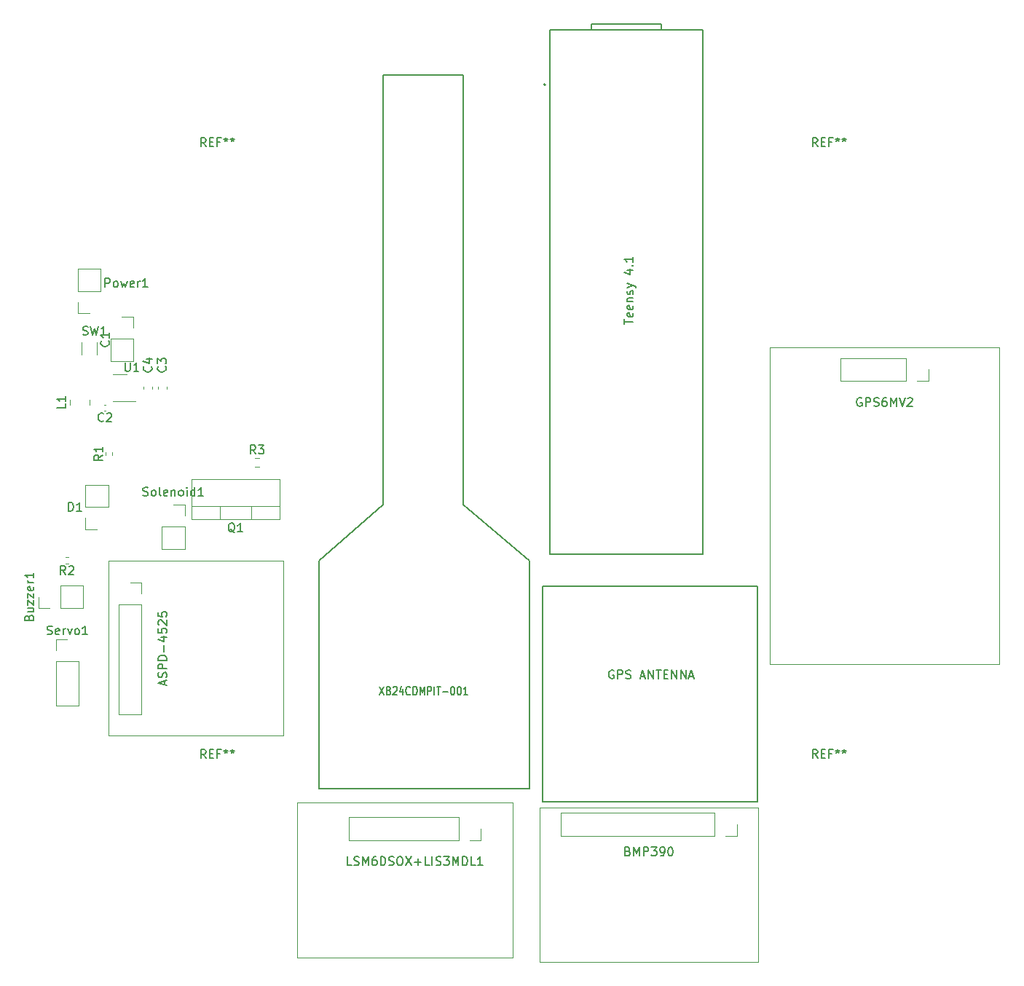
<source format=gbr>
%TF.GenerationSoftware,KiCad,Pcbnew,7.0.10*%
%TF.CreationDate,2024-03-13T10:09:45-04:00*%
%TF.ProjectId,MainPCB,4d61696e-5043-4422-9e6b-696361645f70,rev?*%
%TF.SameCoordinates,Original*%
%TF.FileFunction,Legend,Top*%
%TF.FilePolarity,Positive*%
%FSLAX46Y46*%
G04 Gerber Fmt 4.6, Leading zero omitted, Abs format (unit mm)*
G04 Created by KiCad (PCBNEW 7.0.10) date 2024-03-13 10:09:45*
%MOMM*%
%LPD*%
G01*
G04 APERTURE LIST*
%ADD10C,0.150000*%
%ADD11C,0.120000*%
%ADD12C,0.100000*%
%ADD13C,0.127000*%
%ADD14C,0.200000*%
G04 APERTURE END LIST*
D10*
X83750000Y-99050000D02*
X83750000Y-49050000D01*
X76250000Y-105550000D02*
X83750000Y-99050000D01*
X76250000Y-132050000D02*
X100750000Y-132050000D01*
X76250000Y-105550000D02*
X76250000Y-132050000D01*
X93000000Y-99050000D02*
X93000000Y-49050000D01*
X100750000Y-105550000D02*
X93000000Y-99050000D01*
X103090000Y-43870000D02*
X120870000Y-43870000D01*
X120870000Y-104830000D01*
X103090000Y-104830000D01*
X103090000Y-43870000D01*
X102250000Y-108550000D02*
X127250000Y-108550000D01*
X127250000Y-133550000D01*
X102250000Y-133550000D01*
X102250000Y-108550000D01*
X83750000Y-49050000D02*
X93000000Y-49050000D01*
X100750000Y-132050000D02*
X100750000Y-105550000D01*
X110510588Y-118317438D02*
X110415350Y-118269819D01*
X110415350Y-118269819D02*
X110272493Y-118269819D01*
X110272493Y-118269819D02*
X110129636Y-118317438D01*
X110129636Y-118317438D02*
X110034398Y-118412676D01*
X110034398Y-118412676D02*
X109986779Y-118507914D01*
X109986779Y-118507914D02*
X109939160Y-118698390D01*
X109939160Y-118698390D02*
X109939160Y-118841247D01*
X109939160Y-118841247D02*
X109986779Y-119031723D01*
X109986779Y-119031723D02*
X110034398Y-119126961D01*
X110034398Y-119126961D02*
X110129636Y-119222200D01*
X110129636Y-119222200D02*
X110272493Y-119269819D01*
X110272493Y-119269819D02*
X110367731Y-119269819D01*
X110367731Y-119269819D02*
X110510588Y-119222200D01*
X110510588Y-119222200D02*
X110558207Y-119174580D01*
X110558207Y-119174580D02*
X110558207Y-118841247D01*
X110558207Y-118841247D02*
X110367731Y-118841247D01*
X110986779Y-119269819D02*
X110986779Y-118269819D01*
X110986779Y-118269819D02*
X111367731Y-118269819D01*
X111367731Y-118269819D02*
X111462969Y-118317438D01*
X111462969Y-118317438D02*
X111510588Y-118365057D01*
X111510588Y-118365057D02*
X111558207Y-118460295D01*
X111558207Y-118460295D02*
X111558207Y-118603152D01*
X111558207Y-118603152D02*
X111510588Y-118698390D01*
X111510588Y-118698390D02*
X111462969Y-118746009D01*
X111462969Y-118746009D02*
X111367731Y-118793628D01*
X111367731Y-118793628D02*
X110986779Y-118793628D01*
X111939160Y-119222200D02*
X112082017Y-119269819D01*
X112082017Y-119269819D02*
X112320112Y-119269819D01*
X112320112Y-119269819D02*
X112415350Y-119222200D01*
X112415350Y-119222200D02*
X112462969Y-119174580D01*
X112462969Y-119174580D02*
X112510588Y-119079342D01*
X112510588Y-119079342D02*
X112510588Y-118984104D01*
X112510588Y-118984104D02*
X112462969Y-118888866D01*
X112462969Y-118888866D02*
X112415350Y-118841247D01*
X112415350Y-118841247D02*
X112320112Y-118793628D01*
X112320112Y-118793628D02*
X112129636Y-118746009D01*
X112129636Y-118746009D02*
X112034398Y-118698390D01*
X112034398Y-118698390D02*
X111986779Y-118650771D01*
X111986779Y-118650771D02*
X111939160Y-118555533D01*
X111939160Y-118555533D02*
X111939160Y-118460295D01*
X111939160Y-118460295D02*
X111986779Y-118365057D01*
X111986779Y-118365057D02*
X112034398Y-118317438D01*
X112034398Y-118317438D02*
X112129636Y-118269819D01*
X112129636Y-118269819D02*
X112367731Y-118269819D01*
X112367731Y-118269819D02*
X112510588Y-118317438D01*
X113653446Y-118984104D02*
X114129636Y-118984104D01*
X113558208Y-119269819D02*
X113891541Y-118269819D01*
X113891541Y-118269819D02*
X114224874Y-119269819D01*
X114558208Y-119269819D02*
X114558208Y-118269819D01*
X114558208Y-118269819D02*
X115129636Y-119269819D01*
X115129636Y-119269819D02*
X115129636Y-118269819D01*
X115462970Y-118269819D02*
X116034398Y-118269819D01*
X115748684Y-119269819D02*
X115748684Y-118269819D01*
X116367732Y-118746009D02*
X116701065Y-118746009D01*
X116843922Y-119269819D02*
X116367732Y-119269819D01*
X116367732Y-119269819D02*
X116367732Y-118269819D01*
X116367732Y-118269819D02*
X116843922Y-118269819D01*
X117272494Y-119269819D02*
X117272494Y-118269819D01*
X117272494Y-118269819D02*
X117843922Y-119269819D01*
X117843922Y-119269819D02*
X117843922Y-118269819D01*
X118320113Y-119269819D02*
X118320113Y-118269819D01*
X118320113Y-118269819D02*
X118891541Y-119269819D01*
X118891541Y-119269819D02*
X118891541Y-118269819D01*
X119320113Y-118984104D02*
X119796303Y-118984104D01*
X119224875Y-119269819D02*
X119558208Y-118269819D01*
X119558208Y-118269819D02*
X119891541Y-119269819D01*
X42561009Y-112154762D02*
X42608628Y-112011905D01*
X42608628Y-112011905D02*
X42656247Y-111964286D01*
X42656247Y-111964286D02*
X42751485Y-111916667D01*
X42751485Y-111916667D02*
X42894342Y-111916667D01*
X42894342Y-111916667D02*
X42989580Y-111964286D01*
X42989580Y-111964286D02*
X43037200Y-112011905D01*
X43037200Y-112011905D02*
X43084819Y-112107143D01*
X43084819Y-112107143D02*
X43084819Y-112488095D01*
X43084819Y-112488095D02*
X42084819Y-112488095D01*
X42084819Y-112488095D02*
X42084819Y-112154762D01*
X42084819Y-112154762D02*
X42132438Y-112059524D01*
X42132438Y-112059524D02*
X42180057Y-112011905D01*
X42180057Y-112011905D02*
X42275295Y-111964286D01*
X42275295Y-111964286D02*
X42370533Y-111964286D01*
X42370533Y-111964286D02*
X42465771Y-112011905D01*
X42465771Y-112011905D02*
X42513390Y-112059524D01*
X42513390Y-112059524D02*
X42561009Y-112154762D01*
X42561009Y-112154762D02*
X42561009Y-112488095D01*
X42418152Y-111059524D02*
X43084819Y-111059524D01*
X42418152Y-111488095D02*
X42941961Y-111488095D01*
X42941961Y-111488095D02*
X43037200Y-111440476D01*
X43037200Y-111440476D02*
X43084819Y-111345238D01*
X43084819Y-111345238D02*
X43084819Y-111202381D01*
X43084819Y-111202381D02*
X43037200Y-111107143D01*
X43037200Y-111107143D02*
X42989580Y-111059524D01*
X42418152Y-110678571D02*
X42418152Y-110154762D01*
X42418152Y-110154762D02*
X43084819Y-110678571D01*
X43084819Y-110678571D02*
X43084819Y-110154762D01*
X42418152Y-109869047D02*
X42418152Y-109345238D01*
X42418152Y-109345238D02*
X43084819Y-109869047D01*
X43084819Y-109869047D02*
X43084819Y-109345238D01*
X43037200Y-108583333D02*
X43084819Y-108678571D01*
X43084819Y-108678571D02*
X43084819Y-108869047D01*
X43084819Y-108869047D02*
X43037200Y-108964285D01*
X43037200Y-108964285D02*
X42941961Y-109011904D01*
X42941961Y-109011904D02*
X42561009Y-109011904D01*
X42561009Y-109011904D02*
X42465771Y-108964285D01*
X42465771Y-108964285D02*
X42418152Y-108869047D01*
X42418152Y-108869047D02*
X42418152Y-108678571D01*
X42418152Y-108678571D02*
X42465771Y-108583333D01*
X42465771Y-108583333D02*
X42561009Y-108535714D01*
X42561009Y-108535714D02*
X42656247Y-108535714D01*
X42656247Y-108535714D02*
X42751485Y-109011904D01*
X43084819Y-108107142D02*
X42418152Y-108107142D01*
X42608628Y-108107142D02*
X42513390Y-108059523D01*
X42513390Y-108059523D02*
X42465771Y-108011904D01*
X42465771Y-108011904D02*
X42418152Y-107916666D01*
X42418152Y-107916666D02*
X42418152Y-107821428D01*
X43084819Y-106964285D02*
X43084819Y-107535713D01*
X43084819Y-107249999D02*
X42084819Y-107249999D01*
X42084819Y-107249999D02*
X42227676Y-107345237D01*
X42227676Y-107345237D02*
X42322914Y-107440475D01*
X42322914Y-107440475D02*
X42370533Y-107535713D01*
X58279104Y-119978094D02*
X58279104Y-119501904D01*
X58564819Y-120073332D02*
X57564819Y-119739999D01*
X57564819Y-119739999D02*
X58564819Y-119406666D01*
X58517200Y-119120951D02*
X58564819Y-118978094D01*
X58564819Y-118978094D02*
X58564819Y-118739999D01*
X58564819Y-118739999D02*
X58517200Y-118644761D01*
X58517200Y-118644761D02*
X58469580Y-118597142D01*
X58469580Y-118597142D02*
X58374342Y-118549523D01*
X58374342Y-118549523D02*
X58279104Y-118549523D01*
X58279104Y-118549523D02*
X58183866Y-118597142D01*
X58183866Y-118597142D02*
X58136247Y-118644761D01*
X58136247Y-118644761D02*
X58088628Y-118739999D01*
X58088628Y-118739999D02*
X58041009Y-118930475D01*
X58041009Y-118930475D02*
X57993390Y-119025713D01*
X57993390Y-119025713D02*
X57945771Y-119073332D01*
X57945771Y-119073332D02*
X57850533Y-119120951D01*
X57850533Y-119120951D02*
X57755295Y-119120951D01*
X57755295Y-119120951D02*
X57660057Y-119073332D01*
X57660057Y-119073332D02*
X57612438Y-119025713D01*
X57612438Y-119025713D02*
X57564819Y-118930475D01*
X57564819Y-118930475D02*
X57564819Y-118692380D01*
X57564819Y-118692380D02*
X57612438Y-118549523D01*
X58564819Y-118120951D02*
X57564819Y-118120951D01*
X57564819Y-118120951D02*
X57564819Y-117739999D01*
X57564819Y-117739999D02*
X57612438Y-117644761D01*
X57612438Y-117644761D02*
X57660057Y-117597142D01*
X57660057Y-117597142D02*
X57755295Y-117549523D01*
X57755295Y-117549523D02*
X57898152Y-117549523D01*
X57898152Y-117549523D02*
X57993390Y-117597142D01*
X57993390Y-117597142D02*
X58041009Y-117644761D01*
X58041009Y-117644761D02*
X58088628Y-117739999D01*
X58088628Y-117739999D02*
X58088628Y-118120951D01*
X58564819Y-117120951D02*
X57564819Y-117120951D01*
X57564819Y-117120951D02*
X57564819Y-116882856D01*
X57564819Y-116882856D02*
X57612438Y-116739999D01*
X57612438Y-116739999D02*
X57707676Y-116644761D01*
X57707676Y-116644761D02*
X57802914Y-116597142D01*
X57802914Y-116597142D02*
X57993390Y-116549523D01*
X57993390Y-116549523D02*
X58136247Y-116549523D01*
X58136247Y-116549523D02*
X58326723Y-116597142D01*
X58326723Y-116597142D02*
X58421961Y-116644761D01*
X58421961Y-116644761D02*
X58517200Y-116739999D01*
X58517200Y-116739999D02*
X58564819Y-116882856D01*
X58564819Y-116882856D02*
X58564819Y-117120951D01*
X58183866Y-116120951D02*
X58183866Y-115359047D01*
X57898152Y-114454285D02*
X58564819Y-114454285D01*
X57517200Y-114692380D02*
X58231485Y-114930475D01*
X58231485Y-114930475D02*
X58231485Y-114311428D01*
X57564819Y-113454285D02*
X57564819Y-113930475D01*
X57564819Y-113930475D02*
X58041009Y-113978094D01*
X58041009Y-113978094D02*
X57993390Y-113930475D01*
X57993390Y-113930475D02*
X57945771Y-113835237D01*
X57945771Y-113835237D02*
X57945771Y-113597142D01*
X57945771Y-113597142D02*
X57993390Y-113501904D01*
X57993390Y-113501904D02*
X58041009Y-113454285D01*
X58041009Y-113454285D02*
X58136247Y-113406666D01*
X58136247Y-113406666D02*
X58374342Y-113406666D01*
X58374342Y-113406666D02*
X58469580Y-113454285D01*
X58469580Y-113454285D02*
X58517200Y-113501904D01*
X58517200Y-113501904D02*
X58564819Y-113597142D01*
X58564819Y-113597142D02*
X58564819Y-113835237D01*
X58564819Y-113835237D02*
X58517200Y-113930475D01*
X58517200Y-113930475D02*
X58469580Y-113978094D01*
X57660057Y-113025713D02*
X57612438Y-112978094D01*
X57612438Y-112978094D02*
X57564819Y-112882856D01*
X57564819Y-112882856D02*
X57564819Y-112644761D01*
X57564819Y-112644761D02*
X57612438Y-112549523D01*
X57612438Y-112549523D02*
X57660057Y-112501904D01*
X57660057Y-112501904D02*
X57755295Y-112454285D01*
X57755295Y-112454285D02*
X57850533Y-112454285D01*
X57850533Y-112454285D02*
X57993390Y-112501904D01*
X57993390Y-112501904D02*
X58564819Y-113073332D01*
X58564819Y-113073332D02*
X58564819Y-112454285D01*
X57564819Y-111549523D02*
X57564819Y-112025713D01*
X57564819Y-112025713D02*
X58041009Y-112073332D01*
X58041009Y-112073332D02*
X57993390Y-112025713D01*
X57993390Y-112025713D02*
X57945771Y-111930475D01*
X57945771Y-111930475D02*
X57945771Y-111692380D01*
X57945771Y-111692380D02*
X57993390Y-111597142D01*
X57993390Y-111597142D02*
X58041009Y-111549523D01*
X58041009Y-111549523D02*
X58136247Y-111501904D01*
X58136247Y-111501904D02*
X58374342Y-111501904D01*
X58374342Y-111501904D02*
X58469580Y-111549523D01*
X58469580Y-111549523D02*
X58517200Y-111597142D01*
X58517200Y-111597142D02*
X58564819Y-111692380D01*
X58564819Y-111692380D02*
X58564819Y-111930475D01*
X58564819Y-111930475D02*
X58517200Y-112025713D01*
X58517200Y-112025713D02*
X58469580Y-112073332D01*
X111774819Y-78052380D02*
X111774819Y-77480952D01*
X112774819Y-77766666D02*
X111774819Y-77766666D01*
X112727200Y-76766666D02*
X112774819Y-76861904D01*
X112774819Y-76861904D02*
X112774819Y-77052380D01*
X112774819Y-77052380D02*
X112727200Y-77147618D01*
X112727200Y-77147618D02*
X112631961Y-77195237D01*
X112631961Y-77195237D02*
X112251009Y-77195237D01*
X112251009Y-77195237D02*
X112155771Y-77147618D01*
X112155771Y-77147618D02*
X112108152Y-77052380D01*
X112108152Y-77052380D02*
X112108152Y-76861904D01*
X112108152Y-76861904D02*
X112155771Y-76766666D01*
X112155771Y-76766666D02*
X112251009Y-76719047D01*
X112251009Y-76719047D02*
X112346247Y-76719047D01*
X112346247Y-76719047D02*
X112441485Y-77195237D01*
X112727200Y-75909523D02*
X112774819Y-76004761D01*
X112774819Y-76004761D02*
X112774819Y-76195237D01*
X112774819Y-76195237D02*
X112727200Y-76290475D01*
X112727200Y-76290475D02*
X112631961Y-76338094D01*
X112631961Y-76338094D02*
X112251009Y-76338094D01*
X112251009Y-76338094D02*
X112155771Y-76290475D01*
X112155771Y-76290475D02*
X112108152Y-76195237D01*
X112108152Y-76195237D02*
X112108152Y-76004761D01*
X112108152Y-76004761D02*
X112155771Y-75909523D01*
X112155771Y-75909523D02*
X112251009Y-75861904D01*
X112251009Y-75861904D02*
X112346247Y-75861904D01*
X112346247Y-75861904D02*
X112441485Y-76338094D01*
X112108152Y-75433332D02*
X112774819Y-75433332D01*
X112203390Y-75433332D02*
X112155771Y-75385713D01*
X112155771Y-75385713D02*
X112108152Y-75290475D01*
X112108152Y-75290475D02*
X112108152Y-75147618D01*
X112108152Y-75147618D02*
X112155771Y-75052380D01*
X112155771Y-75052380D02*
X112251009Y-75004761D01*
X112251009Y-75004761D02*
X112774819Y-75004761D01*
X112727200Y-74576189D02*
X112774819Y-74480951D01*
X112774819Y-74480951D02*
X112774819Y-74290475D01*
X112774819Y-74290475D02*
X112727200Y-74195237D01*
X112727200Y-74195237D02*
X112631961Y-74147618D01*
X112631961Y-74147618D02*
X112584342Y-74147618D01*
X112584342Y-74147618D02*
X112489104Y-74195237D01*
X112489104Y-74195237D02*
X112441485Y-74290475D01*
X112441485Y-74290475D02*
X112441485Y-74433332D01*
X112441485Y-74433332D02*
X112393866Y-74528570D01*
X112393866Y-74528570D02*
X112298628Y-74576189D01*
X112298628Y-74576189D02*
X112251009Y-74576189D01*
X112251009Y-74576189D02*
X112155771Y-74528570D01*
X112155771Y-74528570D02*
X112108152Y-74433332D01*
X112108152Y-74433332D02*
X112108152Y-74290475D01*
X112108152Y-74290475D02*
X112155771Y-74195237D01*
X112108152Y-73814284D02*
X112774819Y-73576189D01*
X112108152Y-73338094D02*
X112774819Y-73576189D01*
X112774819Y-73576189D02*
X113012914Y-73671427D01*
X113012914Y-73671427D02*
X113060533Y-73719046D01*
X113060533Y-73719046D02*
X113108152Y-73814284D01*
X112108152Y-71766665D02*
X112774819Y-71766665D01*
X111727200Y-72004760D02*
X112441485Y-72242855D01*
X112441485Y-72242855D02*
X112441485Y-71623808D01*
X112679580Y-71242855D02*
X112727200Y-71195236D01*
X112727200Y-71195236D02*
X112774819Y-71242855D01*
X112774819Y-71242855D02*
X112727200Y-71290474D01*
X112727200Y-71290474D02*
X112679580Y-71242855D01*
X112679580Y-71242855D02*
X112774819Y-71242855D01*
X112774819Y-70242856D02*
X112774819Y-70814284D01*
X112774819Y-70528570D02*
X111774819Y-70528570D01*
X111774819Y-70528570D02*
X111917676Y-70623808D01*
X111917676Y-70623808D02*
X112012914Y-70719046D01*
X112012914Y-70719046D02*
X112060533Y-70814284D01*
X51208833Y-89276580D02*
X51161214Y-89324200D01*
X51161214Y-89324200D02*
X51018357Y-89371819D01*
X51018357Y-89371819D02*
X50923119Y-89371819D01*
X50923119Y-89371819D02*
X50780262Y-89324200D01*
X50780262Y-89324200D02*
X50685024Y-89228961D01*
X50685024Y-89228961D02*
X50637405Y-89133723D01*
X50637405Y-89133723D02*
X50589786Y-88943247D01*
X50589786Y-88943247D02*
X50589786Y-88800390D01*
X50589786Y-88800390D02*
X50637405Y-88609914D01*
X50637405Y-88609914D02*
X50685024Y-88514676D01*
X50685024Y-88514676D02*
X50780262Y-88419438D01*
X50780262Y-88419438D02*
X50923119Y-88371819D01*
X50923119Y-88371819D02*
X51018357Y-88371819D01*
X51018357Y-88371819D02*
X51161214Y-88419438D01*
X51161214Y-88419438D02*
X51208833Y-88467057D01*
X51589786Y-88467057D02*
X51637405Y-88419438D01*
X51637405Y-88419438D02*
X51732643Y-88371819D01*
X51732643Y-88371819D02*
X51970738Y-88371819D01*
X51970738Y-88371819D02*
X52065976Y-88419438D01*
X52065976Y-88419438D02*
X52113595Y-88467057D01*
X52113595Y-88467057D02*
X52161214Y-88562295D01*
X52161214Y-88562295D02*
X52161214Y-88657533D01*
X52161214Y-88657533D02*
X52113595Y-88800390D01*
X52113595Y-88800390D02*
X51542167Y-89371819D01*
X51542167Y-89371819D02*
X52161214Y-89371819D01*
X63111166Y-128509819D02*
X62777833Y-128033628D01*
X62539738Y-128509819D02*
X62539738Y-127509819D01*
X62539738Y-127509819D02*
X62920690Y-127509819D01*
X62920690Y-127509819D02*
X63015928Y-127557438D01*
X63015928Y-127557438D02*
X63063547Y-127605057D01*
X63063547Y-127605057D02*
X63111166Y-127700295D01*
X63111166Y-127700295D02*
X63111166Y-127843152D01*
X63111166Y-127843152D02*
X63063547Y-127938390D01*
X63063547Y-127938390D02*
X63015928Y-127986009D01*
X63015928Y-127986009D02*
X62920690Y-128033628D01*
X62920690Y-128033628D02*
X62539738Y-128033628D01*
X63539738Y-127986009D02*
X63873071Y-127986009D01*
X64015928Y-128509819D02*
X63539738Y-128509819D01*
X63539738Y-128509819D02*
X63539738Y-127509819D01*
X63539738Y-127509819D02*
X64015928Y-127509819D01*
X64777833Y-127986009D02*
X64444500Y-127986009D01*
X64444500Y-128509819D02*
X64444500Y-127509819D01*
X64444500Y-127509819D02*
X64920690Y-127509819D01*
X65444500Y-127509819D02*
X65444500Y-127747914D01*
X65206405Y-127652676D02*
X65444500Y-127747914D01*
X65444500Y-127747914D02*
X65682595Y-127652676D01*
X65301643Y-127938390D02*
X65444500Y-127747914D01*
X65444500Y-127747914D02*
X65587357Y-127938390D01*
X66206405Y-127509819D02*
X66206405Y-127747914D01*
X65968310Y-127652676D02*
X66206405Y-127747914D01*
X66206405Y-127747914D02*
X66444500Y-127652676D01*
X66063548Y-127938390D02*
X66206405Y-127747914D01*
X66206405Y-127747914D02*
X66349262Y-127938390D01*
X55809000Y-97967200D02*
X55951857Y-98014819D01*
X55951857Y-98014819D02*
X56189952Y-98014819D01*
X56189952Y-98014819D02*
X56285190Y-97967200D01*
X56285190Y-97967200D02*
X56332809Y-97919580D01*
X56332809Y-97919580D02*
X56380428Y-97824342D01*
X56380428Y-97824342D02*
X56380428Y-97729104D01*
X56380428Y-97729104D02*
X56332809Y-97633866D01*
X56332809Y-97633866D02*
X56285190Y-97586247D01*
X56285190Y-97586247D02*
X56189952Y-97538628D01*
X56189952Y-97538628D02*
X55999476Y-97491009D01*
X55999476Y-97491009D02*
X55904238Y-97443390D01*
X55904238Y-97443390D02*
X55856619Y-97395771D01*
X55856619Y-97395771D02*
X55809000Y-97300533D01*
X55809000Y-97300533D02*
X55809000Y-97205295D01*
X55809000Y-97205295D02*
X55856619Y-97110057D01*
X55856619Y-97110057D02*
X55904238Y-97062438D01*
X55904238Y-97062438D02*
X55999476Y-97014819D01*
X55999476Y-97014819D02*
X56237571Y-97014819D01*
X56237571Y-97014819D02*
X56380428Y-97062438D01*
X56951857Y-98014819D02*
X56856619Y-97967200D01*
X56856619Y-97967200D02*
X56809000Y-97919580D01*
X56809000Y-97919580D02*
X56761381Y-97824342D01*
X56761381Y-97824342D02*
X56761381Y-97538628D01*
X56761381Y-97538628D02*
X56809000Y-97443390D01*
X56809000Y-97443390D02*
X56856619Y-97395771D01*
X56856619Y-97395771D02*
X56951857Y-97348152D01*
X56951857Y-97348152D02*
X57094714Y-97348152D01*
X57094714Y-97348152D02*
X57189952Y-97395771D01*
X57189952Y-97395771D02*
X57237571Y-97443390D01*
X57237571Y-97443390D02*
X57285190Y-97538628D01*
X57285190Y-97538628D02*
X57285190Y-97824342D01*
X57285190Y-97824342D02*
X57237571Y-97919580D01*
X57237571Y-97919580D02*
X57189952Y-97967200D01*
X57189952Y-97967200D02*
X57094714Y-98014819D01*
X57094714Y-98014819D02*
X56951857Y-98014819D01*
X57856619Y-98014819D02*
X57761381Y-97967200D01*
X57761381Y-97967200D02*
X57713762Y-97871961D01*
X57713762Y-97871961D02*
X57713762Y-97014819D01*
X58618524Y-97967200D02*
X58523286Y-98014819D01*
X58523286Y-98014819D02*
X58332810Y-98014819D01*
X58332810Y-98014819D02*
X58237572Y-97967200D01*
X58237572Y-97967200D02*
X58189953Y-97871961D01*
X58189953Y-97871961D02*
X58189953Y-97491009D01*
X58189953Y-97491009D02*
X58237572Y-97395771D01*
X58237572Y-97395771D02*
X58332810Y-97348152D01*
X58332810Y-97348152D02*
X58523286Y-97348152D01*
X58523286Y-97348152D02*
X58618524Y-97395771D01*
X58618524Y-97395771D02*
X58666143Y-97491009D01*
X58666143Y-97491009D02*
X58666143Y-97586247D01*
X58666143Y-97586247D02*
X58189953Y-97681485D01*
X59094715Y-97348152D02*
X59094715Y-98014819D01*
X59094715Y-97443390D02*
X59142334Y-97395771D01*
X59142334Y-97395771D02*
X59237572Y-97348152D01*
X59237572Y-97348152D02*
X59380429Y-97348152D01*
X59380429Y-97348152D02*
X59475667Y-97395771D01*
X59475667Y-97395771D02*
X59523286Y-97491009D01*
X59523286Y-97491009D02*
X59523286Y-98014819D01*
X60142334Y-98014819D02*
X60047096Y-97967200D01*
X60047096Y-97967200D02*
X59999477Y-97919580D01*
X59999477Y-97919580D02*
X59951858Y-97824342D01*
X59951858Y-97824342D02*
X59951858Y-97538628D01*
X59951858Y-97538628D02*
X59999477Y-97443390D01*
X59999477Y-97443390D02*
X60047096Y-97395771D01*
X60047096Y-97395771D02*
X60142334Y-97348152D01*
X60142334Y-97348152D02*
X60285191Y-97348152D01*
X60285191Y-97348152D02*
X60380429Y-97395771D01*
X60380429Y-97395771D02*
X60428048Y-97443390D01*
X60428048Y-97443390D02*
X60475667Y-97538628D01*
X60475667Y-97538628D02*
X60475667Y-97824342D01*
X60475667Y-97824342D02*
X60428048Y-97919580D01*
X60428048Y-97919580D02*
X60380429Y-97967200D01*
X60380429Y-97967200D02*
X60285191Y-98014819D01*
X60285191Y-98014819D02*
X60142334Y-98014819D01*
X60904239Y-98014819D02*
X60904239Y-97348152D01*
X60904239Y-97014819D02*
X60856620Y-97062438D01*
X60856620Y-97062438D02*
X60904239Y-97110057D01*
X60904239Y-97110057D02*
X60951858Y-97062438D01*
X60951858Y-97062438D02*
X60904239Y-97014819D01*
X60904239Y-97014819D02*
X60904239Y-97110057D01*
X61809000Y-98014819D02*
X61809000Y-97014819D01*
X61809000Y-97967200D02*
X61713762Y-98014819D01*
X61713762Y-98014819D02*
X61523286Y-98014819D01*
X61523286Y-98014819D02*
X61428048Y-97967200D01*
X61428048Y-97967200D02*
X61380429Y-97919580D01*
X61380429Y-97919580D02*
X61332810Y-97824342D01*
X61332810Y-97824342D02*
X61332810Y-97538628D01*
X61332810Y-97538628D02*
X61380429Y-97443390D01*
X61380429Y-97443390D02*
X61428048Y-97395771D01*
X61428048Y-97395771D02*
X61523286Y-97348152D01*
X61523286Y-97348152D02*
X61713762Y-97348152D01*
X61713762Y-97348152D02*
X61809000Y-97395771D01*
X62809000Y-98014819D02*
X62237572Y-98014819D01*
X62523286Y-98014819D02*
X62523286Y-97014819D01*
X62523286Y-97014819D02*
X62428048Y-97157676D01*
X62428048Y-97157676D02*
X62332810Y-97252914D01*
X62332810Y-97252914D02*
X62237572Y-97300533D01*
X58398580Y-82970666D02*
X58446200Y-83018285D01*
X58446200Y-83018285D02*
X58493819Y-83161142D01*
X58493819Y-83161142D02*
X58493819Y-83256380D01*
X58493819Y-83256380D02*
X58446200Y-83399237D01*
X58446200Y-83399237D02*
X58350961Y-83494475D01*
X58350961Y-83494475D02*
X58255723Y-83542094D01*
X58255723Y-83542094D02*
X58065247Y-83589713D01*
X58065247Y-83589713D02*
X57922390Y-83589713D01*
X57922390Y-83589713D02*
X57731914Y-83542094D01*
X57731914Y-83542094D02*
X57636676Y-83494475D01*
X57636676Y-83494475D02*
X57541438Y-83399237D01*
X57541438Y-83399237D02*
X57493819Y-83256380D01*
X57493819Y-83256380D02*
X57493819Y-83161142D01*
X57493819Y-83161142D02*
X57541438Y-83018285D01*
X57541438Y-83018285D02*
X57589057Y-82970666D01*
X57493819Y-82637332D02*
X57493819Y-82018285D01*
X57493819Y-82018285D02*
X57874771Y-82351618D01*
X57874771Y-82351618D02*
X57874771Y-82208761D01*
X57874771Y-82208761D02*
X57922390Y-82113523D01*
X57922390Y-82113523D02*
X57970009Y-82065904D01*
X57970009Y-82065904D02*
X58065247Y-82018285D01*
X58065247Y-82018285D02*
X58303342Y-82018285D01*
X58303342Y-82018285D02*
X58398580Y-82065904D01*
X58398580Y-82065904D02*
X58446200Y-82113523D01*
X58446200Y-82113523D02*
X58493819Y-82208761D01*
X58493819Y-82208761D02*
X58493819Y-82494475D01*
X58493819Y-82494475D02*
X58446200Y-82589713D01*
X58446200Y-82589713D02*
X58398580Y-82637332D01*
X51100819Y-93257666D02*
X50624628Y-93590999D01*
X51100819Y-93829094D02*
X50100819Y-93829094D01*
X50100819Y-93829094D02*
X50100819Y-93448142D01*
X50100819Y-93448142D02*
X50148438Y-93352904D01*
X50148438Y-93352904D02*
X50196057Y-93305285D01*
X50196057Y-93305285D02*
X50291295Y-93257666D01*
X50291295Y-93257666D02*
X50434152Y-93257666D01*
X50434152Y-93257666D02*
X50529390Y-93305285D01*
X50529390Y-93305285D02*
X50577009Y-93352904D01*
X50577009Y-93352904D02*
X50624628Y-93448142D01*
X50624628Y-93448142D02*
X50624628Y-93829094D01*
X51100819Y-92305285D02*
X51100819Y-92876713D01*
X51100819Y-92590999D02*
X50100819Y-92590999D01*
X50100819Y-92590999D02*
X50243676Y-92686237D01*
X50243676Y-92686237D02*
X50338914Y-92781475D01*
X50338914Y-92781475D02*
X50386533Y-92876713D01*
X134216666Y-128504819D02*
X133883333Y-128028628D01*
X133645238Y-128504819D02*
X133645238Y-127504819D01*
X133645238Y-127504819D02*
X134026190Y-127504819D01*
X134026190Y-127504819D02*
X134121428Y-127552438D01*
X134121428Y-127552438D02*
X134169047Y-127600057D01*
X134169047Y-127600057D02*
X134216666Y-127695295D01*
X134216666Y-127695295D02*
X134216666Y-127838152D01*
X134216666Y-127838152D02*
X134169047Y-127933390D01*
X134169047Y-127933390D02*
X134121428Y-127981009D01*
X134121428Y-127981009D02*
X134026190Y-128028628D01*
X134026190Y-128028628D02*
X133645238Y-128028628D01*
X134645238Y-127981009D02*
X134978571Y-127981009D01*
X135121428Y-128504819D02*
X134645238Y-128504819D01*
X134645238Y-128504819D02*
X134645238Y-127504819D01*
X134645238Y-127504819D02*
X135121428Y-127504819D01*
X135883333Y-127981009D02*
X135550000Y-127981009D01*
X135550000Y-128504819D02*
X135550000Y-127504819D01*
X135550000Y-127504819D02*
X136026190Y-127504819D01*
X136550000Y-127504819D02*
X136550000Y-127742914D01*
X136311905Y-127647676D02*
X136550000Y-127742914D01*
X136550000Y-127742914D02*
X136788095Y-127647676D01*
X136407143Y-127933390D02*
X136550000Y-127742914D01*
X136550000Y-127742914D02*
X136692857Y-127933390D01*
X137311905Y-127504819D02*
X137311905Y-127742914D01*
X137073810Y-127647676D02*
X137311905Y-127742914D01*
X137311905Y-127742914D02*
X137550000Y-127647676D01*
X137169048Y-127933390D02*
X137311905Y-127742914D01*
X137311905Y-127742914D02*
X137454762Y-127933390D01*
X46799833Y-107161819D02*
X46466500Y-106685628D01*
X46228405Y-107161819D02*
X46228405Y-106161819D01*
X46228405Y-106161819D02*
X46609357Y-106161819D01*
X46609357Y-106161819D02*
X46704595Y-106209438D01*
X46704595Y-106209438D02*
X46752214Y-106257057D01*
X46752214Y-106257057D02*
X46799833Y-106352295D01*
X46799833Y-106352295D02*
X46799833Y-106495152D01*
X46799833Y-106495152D02*
X46752214Y-106590390D01*
X46752214Y-106590390D02*
X46704595Y-106638009D01*
X46704595Y-106638009D02*
X46609357Y-106685628D01*
X46609357Y-106685628D02*
X46228405Y-106685628D01*
X47180786Y-106257057D02*
X47228405Y-106209438D01*
X47228405Y-106209438D02*
X47323643Y-106161819D01*
X47323643Y-106161819D02*
X47561738Y-106161819D01*
X47561738Y-106161819D02*
X47656976Y-106209438D01*
X47656976Y-106209438D02*
X47704595Y-106257057D01*
X47704595Y-106257057D02*
X47752214Y-106352295D01*
X47752214Y-106352295D02*
X47752214Y-106447533D01*
X47752214Y-106447533D02*
X47704595Y-106590390D01*
X47704595Y-106590390D02*
X47133167Y-107161819D01*
X47133167Y-107161819D02*
X47752214Y-107161819D01*
X139333333Y-86637438D02*
X139238095Y-86589819D01*
X139238095Y-86589819D02*
X139095238Y-86589819D01*
X139095238Y-86589819D02*
X138952381Y-86637438D01*
X138952381Y-86637438D02*
X138857143Y-86732676D01*
X138857143Y-86732676D02*
X138809524Y-86827914D01*
X138809524Y-86827914D02*
X138761905Y-87018390D01*
X138761905Y-87018390D02*
X138761905Y-87161247D01*
X138761905Y-87161247D02*
X138809524Y-87351723D01*
X138809524Y-87351723D02*
X138857143Y-87446961D01*
X138857143Y-87446961D02*
X138952381Y-87542200D01*
X138952381Y-87542200D02*
X139095238Y-87589819D01*
X139095238Y-87589819D02*
X139190476Y-87589819D01*
X139190476Y-87589819D02*
X139333333Y-87542200D01*
X139333333Y-87542200D02*
X139380952Y-87494580D01*
X139380952Y-87494580D02*
X139380952Y-87161247D01*
X139380952Y-87161247D02*
X139190476Y-87161247D01*
X139809524Y-87589819D02*
X139809524Y-86589819D01*
X139809524Y-86589819D02*
X140190476Y-86589819D01*
X140190476Y-86589819D02*
X140285714Y-86637438D01*
X140285714Y-86637438D02*
X140333333Y-86685057D01*
X140333333Y-86685057D02*
X140380952Y-86780295D01*
X140380952Y-86780295D02*
X140380952Y-86923152D01*
X140380952Y-86923152D02*
X140333333Y-87018390D01*
X140333333Y-87018390D02*
X140285714Y-87066009D01*
X140285714Y-87066009D02*
X140190476Y-87113628D01*
X140190476Y-87113628D02*
X139809524Y-87113628D01*
X140761905Y-87542200D02*
X140904762Y-87589819D01*
X140904762Y-87589819D02*
X141142857Y-87589819D01*
X141142857Y-87589819D02*
X141238095Y-87542200D01*
X141238095Y-87542200D02*
X141285714Y-87494580D01*
X141285714Y-87494580D02*
X141333333Y-87399342D01*
X141333333Y-87399342D02*
X141333333Y-87304104D01*
X141333333Y-87304104D02*
X141285714Y-87208866D01*
X141285714Y-87208866D02*
X141238095Y-87161247D01*
X141238095Y-87161247D02*
X141142857Y-87113628D01*
X141142857Y-87113628D02*
X140952381Y-87066009D01*
X140952381Y-87066009D02*
X140857143Y-87018390D01*
X140857143Y-87018390D02*
X140809524Y-86970771D01*
X140809524Y-86970771D02*
X140761905Y-86875533D01*
X140761905Y-86875533D02*
X140761905Y-86780295D01*
X140761905Y-86780295D02*
X140809524Y-86685057D01*
X140809524Y-86685057D02*
X140857143Y-86637438D01*
X140857143Y-86637438D02*
X140952381Y-86589819D01*
X140952381Y-86589819D02*
X141190476Y-86589819D01*
X141190476Y-86589819D02*
X141333333Y-86637438D01*
X142190476Y-86589819D02*
X142000000Y-86589819D01*
X142000000Y-86589819D02*
X141904762Y-86637438D01*
X141904762Y-86637438D02*
X141857143Y-86685057D01*
X141857143Y-86685057D02*
X141761905Y-86827914D01*
X141761905Y-86827914D02*
X141714286Y-87018390D01*
X141714286Y-87018390D02*
X141714286Y-87399342D01*
X141714286Y-87399342D02*
X141761905Y-87494580D01*
X141761905Y-87494580D02*
X141809524Y-87542200D01*
X141809524Y-87542200D02*
X141904762Y-87589819D01*
X141904762Y-87589819D02*
X142095238Y-87589819D01*
X142095238Y-87589819D02*
X142190476Y-87542200D01*
X142190476Y-87542200D02*
X142238095Y-87494580D01*
X142238095Y-87494580D02*
X142285714Y-87399342D01*
X142285714Y-87399342D02*
X142285714Y-87161247D01*
X142285714Y-87161247D02*
X142238095Y-87066009D01*
X142238095Y-87066009D02*
X142190476Y-87018390D01*
X142190476Y-87018390D02*
X142095238Y-86970771D01*
X142095238Y-86970771D02*
X141904762Y-86970771D01*
X141904762Y-86970771D02*
X141809524Y-87018390D01*
X141809524Y-87018390D02*
X141761905Y-87066009D01*
X141761905Y-87066009D02*
X141714286Y-87161247D01*
X142714286Y-87589819D02*
X142714286Y-86589819D01*
X142714286Y-86589819D02*
X143047619Y-87304104D01*
X143047619Y-87304104D02*
X143380952Y-86589819D01*
X143380952Y-86589819D02*
X143380952Y-87589819D01*
X143714286Y-86589819D02*
X144047619Y-87589819D01*
X144047619Y-87589819D02*
X144380952Y-86589819D01*
X144666667Y-86685057D02*
X144714286Y-86637438D01*
X144714286Y-86637438D02*
X144809524Y-86589819D01*
X144809524Y-86589819D02*
X145047619Y-86589819D01*
X145047619Y-86589819D02*
X145142857Y-86637438D01*
X145142857Y-86637438D02*
X145190476Y-86685057D01*
X145190476Y-86685057D02*
X145238095Y-86780295D01*
X145238095Y-86780295D02*
X145238095Y-86875533D01*
X145238095Y-86875533D02*
X145190476Y-87018390D01*
X145190476Y-87018390D02*
X144619048Y-87589819D01*
X144619048Y-87589819D02*
X145238095Y-87589819D01*
X44666666Y-114087200D02*
X44809523Y-114134819D01*
X44809523Y-114134819D02*
X45047618Y-114134819D01*
X45047618Y-114134819D02*
X45142856Y-114087200D01*
X45142856Y-114087200D02*
X45190475Y-114039580D01*
X45190475Y-114039580D02*
X45238094Y-113944342D01*
X45238094Y-113944342D02*
X45238094Y-113849104D01*
X45238094Y-113849104D02*
X45190475Y-113753866D01*
X45190475Y-113753866D02*
X45142856Y-113706247D01*
X45142856Y-113706247D02*
X45047618Y-113658628D01*
X45047618Y-113658628D02*
X44857142Y-113611009D01*
X44857142Y-113611009D02*
X44761904Y-113563390D01*
X44761904Y-113563390D02*
X44714285Y-113515771D01*
X44714285Y-113515771D02*
X44666666Y-113420533D01*
X44666666Y-113420533D02*
X44666666Y-113325295D01*
X44666666Y-113325295D02*
X44714285Y-113230057D01*
X44714285Y-113230057D02*
X44761904Y-113182438D01*
X44761904Y-113182438D02*
X44857142Y-113134819D01*
X44857142Y-113134819D02*
X45095237Y-113134819D01*
X45095237Y-113134819D02*
X45238094Y-113182438D01*
X46047618Y-114087200D02*
X45952380Y-114134819D01*
X45952380Y-114134819D02*
X45761904Y-114134819D01*
X45761904Y-114134819D02*
X45666666Y-114087200D01*
X45666666Y-114087200D02*
X45619047Y-113991961D01*
X45619047Y-113991961D02*
X45619047Y-113611009D01*
X45619047Y-113611009D02*
X45666666Y-113515771D01*
X45666666Y-113515771D02*
X45761904Y-113468152D01*
X45761904Y-113468152D02*
X45952380Y-113468152D01*
X45952380Y-113468152D02*
X46047618Y-113515771D01*
X46047618Y-113515771D02*
X46095237Y-113611009D01*
X46095237Y-113611009D02*
X46095237Y-113706247D01*
X46095237Y-113706247D02*
X45619047Y-113801485D01*
X46523809Y-114134819D02*
X46523809Y-113468152D01*
X46523809Y-113658628D02*
X46571428Y-113563390D01*
X46571428Y-113563390D02*
X46619047Y-113515771D01*
X46619047Y-113515771D02*
X46714285Y-113468152D01*
X46714285Y-113468152D02*
X46809523Y-113468152D01*
X47047619Y-113468152D02*
X47285714Y-114134819D01*
X47285714Y-114134819D02*
X47523809Y-113468152D01*
X48047619Y-114134819D02*
X47952381Y-114087200D01*
X47952381Y-114087200D02*
X47904762Y-114039580D01*
X47904762Y-114039580D02*
X47857143Y-113944342D01*
X47857143Y-113944342D02*
X47857143Y-113658628D01*
X47857143Y-113658628D02*
X47904762Y-113563390D01*
X47904762Y-113563390D02*
X47952381Y-113515771D01*
X47952381Y-113515771D02*
X48047619Y-113468152D01*
X48047619Y-113468152D02*
X48190476Y-113468152D01*
X48190476Y-113468152D02*
X48285714Y-113515771D01*
X48285714Y-113515771D02*
X48333333Y-113563390D01*
X48333333Y-113563390D02*
X48380952Y-113658628D01*
X48380952Y-113658628D02*
X48380952Y-113944342D01*
X48380952Y-113944342D02*
X48333333Y-114039580D01*
X48333333Y-114039580D02*
X48285714Y-114087200D01*
X48285714Y-114087200D02*
X48190476Y-114134819D01*
X48190476Y-114134819D02*
X48047619Y-114134819D01*
X49333333Y-114134819D02*
X48761905Y-114134819D01*
X49047619Y-114134819D02*
X49047619Y-113134819D01*
X49047619Y-113134819D02*
X48952381Y-113277676D01*
X48952381Y-113277676D02*
X48857143Y-113372914D01*
X48857143Y-113372914D02*
X48761905Y-113420533D01*
X112171428Y-139326009D02*
X112314285Y-139373628D01*
X112314285Y-139373628D02*
X112361904Y-139421247D01*
X112361904Y-139421247D02*
X112409523Y-139516485D01*
X112409523Y-139516485D02*
X112409523Y-139659342D01*
X112409523Y-139659342D02*
X112361904Y-139754580D01*
X112361904Y-139754580D02*
X112314285Y-139802200D01*
X112314285Y-139802200D02*
X112219047Y-139849819D01*
X112219047Y-139849819D02*
X111838095Y-139849819D01*
X111838095Y-139849819D02*
X111838095Y-138849819D01*
X111838095Y-138849819D02*
X112171428Y-138849819D01*
X112171428Y-138849819D02*
X112266666Y-138897438D01*
X112266666Y-138897438D02*
X112314285Y-138945057D01*
X112314285Y-138945057D02*
X112361904Y-139040295D01*
X112361904Y-139040295D02*
X112361904Y-139135533D01*
X112361904Y-139135533D02*
X112314285Y-139230771D01*
X112314285Y-139230771D02*
X112266666Y-139278390D01*
X112266666Y-139278390D02*
X112171428Y-139326009D01*
X112171428Y-139326009D02*
X111838095Y-139326009D01*
X112838095Y-139849819D02*
X112838095Y-138849819D01*
X112838095Y-138849819D02*
X113171428Y-139564104D01*
X113171428Y-139564104D02*
X113504761Y-138849819D01*
X113504761Y-138849819D02*
X113504761Y-139849819D01*
X113980952Y-139849819D02*
X113980952Y-138849819D01*
X113980952Y-138849819D02*
X114361904Y-138849819D01*
X114361904Y-138849819D02*
X114457142Y-138897438D01*
X114457142Y-138897438D02*
X114504761Y-138945057D01*
X114504761Y-138945057D02*
X114552380Y-139040295D01*
X114552380Y-139040295D02*
X114552380Y-139183152D01*
X114552380Y-139183152D02*
X114504761Y-139278390D01*
X114504761Y-139278390D02*
X114457142Y-139326009D01*
X114457142Y-139326009D02*
X114361904Y-139373628D01*
X114361904Y-139373628D02*
X113980952Y-139373628D01*
X114885714Y-138849819D02*
X115504761Y-138849819D01*
X115504761Y-138849819D02*
X115171428Y-139230771D01*
X115171428Y-139230771D02*
X115314285Y-139230771D01*
X115314285Y-139230771D02*
X115409523Y-139278390D01*
X115409523Y-139278390D02*
X115457142Y-139326009D01*
X115457142Y-139326009D02*
X115504761Y-139421247D01*
X115504761Y-139421247D02*
X115504761Y-139659342D01*
X115504761Y-139659342D02*
X115457142Y-139754580D01*
X115457142Y-139754580D02*
X115409523Y-139802200D01*
X115409523Y-139802200D02*
X115314285Y-139849819D01*
X115314285Y-139849819D02*
X115028571Y-139849819D01*
X115028571Y-139849819D02*
X114933333Y-139802200D01*
X114933333Y-139802200D02*
X114885714Y-139754580D01*
X115980952Y-139849819D02*
X116171428Y-139849819D01*
X116171428Y-139849819D02*
X116266666Y-139802200D01*
X116266666Y-139802200D02*
X116314285Y-139754580D01*
X116314285Y-139754580D02*
X116409523Y-139611723D01*
X116409523Y-139611723D02*
X116457142Y-139421247D01*
X116457142Y-139421247D02*
X116457142Y-139040295D01*
X116457142Y-139040295D02*
X116409523Y-138945057D01*
X116409523Y-138945057D02*
X116361904Y-138897438D01*
X116361904Y-138897438D02*
X116266666Y-138849819D01*
X116266666Y-138849819D02*
X116076190Y-138849819D01*
X116076190Y-138849819D02*
X115980952Y-138897438D01*
X115980952Y-138897438D02*
X115933333Y-138945057D01*
X115933333Y-138945057D02*
X115885714Y-139040295D01*
X115885714Y-139040295D02*
X115885714Y-139278390D01*
X115885714Y-139278390D02*
X115933333Y-139373628D01*
X115933333Y-139373628D02*
X115980952Y-139421247D01*
X115980952Y-139421247D02*
X116076190Y-139468866D01*
X116076190Y-139468866D02*
X116266666Y-139468866D01*
X116266666Y-139468866D02*
X116361904Y-139421247D01*
X116361904Y-139421247D02*
X116409523Y-139373628D01*
X116409523Y-139373628D02*
X116457142Y-139278390D01*
X117076190Y-138849819D02*
X117171428Y-138849819D01*
X117171428Y-138849819D02*
X117266666Y-138897438D01*
X117266666Y-138897438D02*
X117314285Y-138945057D01*
X117314285Y-138945057D02*
X117361904Y-139040295D01*
X117361904Y-139040295D02*
X117409523Y-139230771D01*
X117409523Y-139230771D02*
X117409523Y-139468866D01*
X117409523Y-139468866D02*
X117361904Y-139659342D01*
X117361904Y-139659342D02*
X117314285Y-139754580D01*
X117314285Y-139754580D02*
X117266666Y-139802200D01*
X117266666Y-139802200D02*
X117171428Y-139849819D01*
X117171428Y-139849819D02*
X117076190Y-139849819D01*
X117076190Y-139849819D02*
X116980952Y-139802200D01*
X116980952Y-139802200D02*
X116933333Y-139754580D01*
X116933333Y-139754580D02*
X116885714Y-139659342D01*
X116885714Y-139659342D02*
X116838095Y-139468866D01*
X116838095Y-139468866D02*
X116838095Y-139230771D01*
X116838095Y-139230771D02*
X116885714Y-139040295D01*
X116885714Y-139040295D02*
X116933333Y-138945057D01*
X116933333Y-138945057D02*
X116980952Y-138897438D01*
X116980952Y-138897438D02*
X117076190Y-138849819D01*
X63111166Y-57399319D02*
X62777833Y-56923128D01*
X62539738Y-57399319D02*
X62539738Y-56399319D01*
X62539738Y-56399319D02*
X62920690Y-56399319D01*
X62920690Y-56399319D02*
X63015928Y-56446938D01*
X63015928Y-56446938D02*
X63063547Y-56494557D01*
X63063547Y-56494557D02*
X63111166Y-56589795D01*
X63111166Y-56589795D02*
X63111166Y-56732652D01*
X63111166Y-56732652D02*
X63063547Y-56827890D01*
X63063547Y-56827890D02*
X63015928Y-56875509D01*
X63015928Y-56875509D02*
X62920690Y-56923128D01*
X62920690Y-56923128D02*
X62539738Y-56923128D01*
X63539738Y-56875509D02*
X63873071Y-56875509D01*
X64015928Y-57399319D02*
X63539738Y-57399319D01*
X63539738Y-57399319D02*
X63539738Y-56399319D01*
X63539738Y-56399319D02*
X64015928Y-56399319D01*
X64777833Y-56875509D02*
X64444500Y-56875509D01*
X64444500Y-57399319D02*
X64444500Y-56399319D01*
X64444500Y-56399319D02*
X64920690Y-56399319D01*
X65444500Y-56399319D02*
X65444500Y-56637414D01*
X65206405Y-56542176D02*
X65444500Y-56637414D01*
X65444500Y-56637414D02*
X65682595Y-56542176D01*
X65301643Y-56827890D02*
X65444500Y-56637414D01*
X65444500Y-56637414D02*
X65587357Y-56827890D01*
X66206405Y-56399319D02*
X66206405Y-56637414D01*
X65968310Y-56542176D02*
X66206405Y-56637414D01*
X66206405Y-56637414D02*
X66444500Y-56542176D01*
X66063548Y-56827890D02*
X66206405Y-56637414D01*
X66206405Y-56637414D02*
X66349262Y-56827890D01*
X68897833Y-93131819D02*
X68564500Y-92655628D01*
X68326405Y-93131819D02*
X68326405Y-92131819D01*
X68326405Y-92131819D02*
X68707357Y-92131819D01*
X68707357Y-92131819D02*
X68802595Y-92179438D01*
X68802595Y-92179438D02*
X68850214Y-92227057D01*
X68850214Y-92227057D02*
X68897833Y-92322295D01*
X68897833Y-92322295D02*
X68897833Y-92465152D01*
X68897833Y-92465152D02*
X68850214Y-92560390D01*
X68850214Y-92560390D02*
X68802595Y-92608009D01*
X68802595Y-92608009D02*
X68707357Y-92655628D01*
X68707357Y-92655628D02*
X68326405Y-92655628D01*
X69231167Y-92131819D02*
X69850214Y-92131819D01*
X69850214Y-92131819D02*
X69516881Y-92512771D01*
X69516881Y-92512771D02*
X69659738Y-92512771D01*
X69659738Y-92512771D02*
X69754976Y-92560390D01*
X69754976Y-92560390D02*
X69802595Y-92608009D01*
X69802595Y-92608009D02*
X69850214Y-92703247D01*
X69850214Y-92703247D02*
X69850214Y-92941342D01*
X69850214Y-92941342D02*
X69802595Y-93036580D01*
X69802595Y-93036580D02*
X69754976Y-93084200D01*
X69754976Y-93084200D02*
X69659738Y-93131819D01*
X69659738Y-93131819D02*
X69374024Y-93131819D01*
X69374024Y-93131819D02*
X69278786Y-93084200D01*
X69278786Y-93084200D02*
X69231167Y-93036580D01*
X46809819Y-87288666D02*
X46809819Y-87764856D01*
X46809819Y-87764856D02*
X45809819Y-87764856D01*
X46809819Y-86431523D02*
X46809819Y-87002951D01*
X46809819Y-86717237D02*
X45809819Y-86717237D01*
X45809819Y-86717237D02*
X45952676Y-86812475D01*
X45952676Y-86812475D02*
X46047914Y-86907713D01*
X46047914Y-86907713D02*
X46095533Y-87002951D01*
X80042857Y-140964819D02*
X79566667Y-140964819D01*
X79566667Y-140964819D02*
X79566667Y-139964819D01*
X80328572Y-140917200D02*
X80471429Y-140964819D01*
X80471429Y-140964819D02*
X80709524Y-140964819D01*
X80709524Y-140964819D02*
X80804762Y-140917200D01*
X80804762Y-140917200D02*
X80852381Y-140869580D01*
X80852381Y-140869580D02*
X80900000Y-140774342D01*
X80900000Y-140774342D02*
X80900000Y-140679104D01*
X80900000Y-140679104D02*
X80852381Y-140583866D01*
X80852381Y-140583866D02*
X80804762Y-140536247D01*
X80804762Y-140536247D02*
X80709524Y-140488628D01*
X80709524Y-140488628D02*
X80519048Y-140441009D01*
X80519048Y-140441009D02*
X80423810Y-140393390D01*
X80423810Y-140393390D02*
X80376191Y-140345771D01*
X80376191Y-140345771D02*
X80328572Y-140250533D01*
X80328572Y-140250533D02*
X80328572Y-140155295D01*
X80328572Y-140155295D02*
X80376191Y-140060057D01*
X80376191Y-140060057D02*
X80423810Y-140012438D01*
X80423810Y-140012438D02*
X80519048Y-139964819D01*
X80519048Y-139964819D02*
X80757143Y-139964819D01*
X80757143Y-139964819D02*
X80900000Y-140012438D01*
X81328572Y-140964819D02*
X81328572Y-139964819D01*
X81328572Y-139964819D02*
X81661905Y-140679104D01*
X81661905Y-140679104D02*
X81995238Y-139964819D01*
X81995238Y-139964819D02*
X81995238Y-140964819D01*
X82900000Y-139964819D02*
X82709524Y-139964819D01*
X82709524Y-139964819D02*
X82614286Y-140012438D01*
X82614286Y-140012438D02*
X82566667Y-140060057D01*
X82566667Y-140060057D02*
X82471429Y-140202914D01*
X82471429Y-140202914D02*
X82423810Y-140393390D01*
X82423810Y-140393390D02*
X82423810Y-140774342D01*
X82423810Y-140774342D02*
X82471429Y-140869580D01*
X82471429Y-140869580D02*
X82519048Y-140917200D01*
X82519048Y-140917200D02*
X82614286Y-140964819D01*
X82614286Y-140964819D02*
X82804762Y-140964819D01*
X82804762Y-140964819D02*
X82900000Y-140917200D01*
X82900000Y-140917200D02*
X82947619Y-140869580D01*
X82947619Y-140869580D02*
X82995238Y-140774342D01*
X82995238Y-140774342D02*
X82995238Y-140536247D01*
X82995238Y-140536247D02*
X82947619Y-140441009D01*
X82947619Y-140441009D02*
X82900000Y-140393390D01*
X82900000Y-140393390D02*
X82804762Y-140345771D01*
X82804762Y-140345771D02*
X82614286Y-140345771D01*
X82614286Y-140345771D02*
X82519048Y-140393390D01*
X82519048Y-140393390D02*
X82471429Y-140441009D01*
X82471429Y-140441009D02*
X82423810Y-140536247D01*
X83423810Y-140964819D02*
X83423810Y-139964819D01*
X83423810Y-139964819D02*
X83661905Y-139964819D01*
X83661905Y-139964819D02*
X83804762Y-140012438D01*
X83804762Y-140012438D02*
X83900000Y-140107676D01*
X83900000Y-140107676D02*
X83947619Y-140202914D01*
X83947619Y-140202914D02*
X83995238Y-140393390D01*
X83995238Y-140393390D02*
X83995238Y-140536247D01*
X83995238Y-140536247D02*
X83947619Y-140726723D01*
X83947619Y-140726723D02*
X83900000Y-140821961D01*
X83900000Y-140821961D02*
X83804762Y-140917200D01*
X83804762Y-140917200D02*
X83661905Y-140964819D01*
X83661905Y-140964819D02*
X83423810Y-140964819D01*
X84376191Y-140917200D02*
X84519048Y-140964819D01*
X84519048Y-140964819D02*
X84757143Y-140964819D01*
X84757143Y-140964819D02*
X84852381Y-140917200D01*
X84852381Y-140917200D02*
X84900000Y-140869580D01*
X84900000Y-140869580D02*
X84947619Y-140774342D01*
X84947619Y-140774342D02*
X84947619Y-140679104D01*
X84947619Y-140679104D02*
X84900000Y-140583866D01*
X84900000Y-140583866D02*
X84852381Y-140536247D01*
X84852381Y-140536247D02*
X84757143Y-140488628D01*
X84757143Y-140488628D02*
X84566667Y-140441009D01*
X84566667Y-140441009D02*
X84471429Y-140393390D01*
X84471429Y-140393390D02*
X84423810Y-140345771D01*
X84423810Y-140345771D02*
X84376191Y-140250533D01*
X84376191Y-140250533D02*
X84376191Y-140155295D01*
X84376191Y-140155295D02*
X84423810Y-140060057D01*
X84423810Y-140060057D02*
X84471429Y-140012438D01*
X84471429Y-140012438D02*
X84566667Y-139964819D01*
X84566667Y-139964819D02*
X84804762Y-139964819D01*
X84804762Y-139964819D02*
X84947619Y-140012438D01*
X85566667Y-139964819D02*
X85757143Y-139964819D01*
X85757143Y-139964819D02*
X85852381Y-140012438D01*
X85852381Y-140012438D02*
X85947619Y-140107676D01*
X85947619Y-140107676D02*
X85995238Y-140298152D01*
X85995238Y-140298152D02*
X85995238Y-140631485D01*
X85995238Y-140631485D02*
X85947619Y-140821961D01*
X85947619Y-140821961D02*
X85852381Y-140917200D01*
X85852381Y-140917200D02*
X85757143Y-140964819D01*
X85757143Y-140964819D02*
X85566667Y-140964819D01*
X85566667Y-140964819D02*
X85471429Y-140917200D01*
X85471429Y-140917200D02*
X85376191Y-140821961D01*
X85376191Y-140821961D02*
X85328572Y-140631485D01*
X85328572Y-140631485D02*
X85328572Y-140298152D01*
X85328572Y-140298152D02*
X85376191Y-140107676D01*
X85376191Y-140107676D02*
X85471429Y-140012438D01*
X85471429Y-140012438D02*
X85566667Y-139964819D01*
X86328572Y-139964819D02*
X86995238Y-140964819D01*
X86995238Y-139964819D02*
X86328572Y-140964819D01*
X87376191Y-140583866D02*
X88138096Y-140583866D01*
X87757143Y-140964819D02*
X87757143Y-140202914D01*
X89090476Y-140964819D02*
X88614286Y-140964819D01*
X88614286Y-140964819D02*
X88614286Y-139964819D01*
X89423810Y-140964819D02*
X89423810Y-139964819D01*
X89852381Y-140917200D02*
X89995238Y-140964819D01*
X89995238Y-140964819D02*
X90233333Y-140964819D01*
X90233333Y-140964819D02*
X90328571Y-140917200D01*
X90328571Y-140917200D02*
X90376190Y-140869580D01*
X90376190Y-140869580D02*
X90423809Y-140774342D01*
X90423809Y-140774342D02*
X90423809Y-140679104D01*
X90423809Y-140679104D02*
X90376190Y-140583866D01*
X90376190Y-140583866D02*
X90328571Y-140536247D01*
X90328571Y-140536247D02*
X90233333Y-140488628D01*
X90233333Y-140488628D02*
X90042857Y-140441009D01*
X90042857Y-140441009D02*
X89947619Y-140393390D01*
X89947619Y-140393390D02*
X89900000Y-140345771D01*
X89900000Y-140345771D02*
X89852381Y-140250533D01*
X89852381Y-140250533D02*
X89852381Y-140155295D01*
X89852381Y-140155295D02*
X89900000Y-140060057D01*
X89900000Y-140060057D02*
X89947619Y-140012438D01*
X89947619Y-140012438D02*
X90042857Y-139964819D01*
X90042857Y-139964819D02*
X90280952Y-139964819D01*
X90280952Y-139964819D02*
X90423809Y-140012438D01*
X90757143Y-139964819D02*
X91376190Y-139964819D01*
X91376190Y-139964819D02*
X91042857Y-140345771D01*
X91042857Y-140345771D02*
X91185714Y-140345771D01*
X91185714Y-140345771D02*
X91280952Y-140393390D01*
X91280952Y-140393390D02*
X91328571Y-140441009D01*
X91328571Y-140441009D02*
X91376190Y-140536247D01*
X91376190Y-140536247D02*
X91376190Y-140774342D01*
X91376190Y-140774342D02*
X91328571Y-140869580D01*
X91328571Y-140869580D02*
X91280952Y-140917200D01*
X91280952Y-140917200D02*
X91185714Y-140964819D01*
X91185714Y-140964819D02*
X90900000Y-140964819D01*
X90900000Y-140964819D02*
X90804762Y-140917200D01*
X90804762Y-140917200D02*
X90757143Y-140869580D01*
X91804762Y-140964819D02*
X91804762Y-139964819D01*
X91804762Y-139964819D02*
X92138095Y-140679104D01*
X92138095Y-140679104D02*
X92471428Y-139964819D01*
X92471428Y-139964819D02*
X92471428Y-140964819D01*
X92947619Y-140964819D02*
X92947619Y-139964819D01*
X92947619Y-139964819D02*
X93185714Y-139964819D01*
X93185714Y-139964819D02*
X93328571Y-140012438D01*
X93328571Y-140012438D02*
X93423809Y-140107676D01*
X93423809Y-140107676D02*
X93471428Y-140202914D01*
X93471428Y-140202914D02*
X93519047Y-140393390D01*
X93519047Y-140393390D02*
X93519047Y-140536247D01*
X93519047Y-140536247D02*
X93471428Y-140726723D01*
X93471428Y-140726723D02*
X93423809Y-140821961D01*
X93423809Y-140821961D02*
X93328571Y-140917200D01*
X93328571Y-140917200D02*
X93185714Y-140964819D01*
X93185714Y-140964819D02*
X92947619Y-140964819D01*
X94423809Y-140964819D02*
X93947619Y-140964819D01*
X93947619Y-140964819D02*
X93947619Y-139964819D01*
X95280952Y-140964819D02*
X94709524Y-140964819D01*
X94995238Y-140964819D02*
X94995238Y-139964819D01*
X94995238Y-139964819D02*
X94900000Y-140107676D01*
X94900000Y-140107676D02*
X94804762Y-140202914D01*
X94804762Y-140202914D02*
X94709524Y-140250533D01*
X66464761Y-102270057D02*
X66369523Y-102222438D01*
X66369523Y-102222438D02*
X66274285Y-102127200D01*
X66274285Y-102127200D02*
X66131428Y-101984342D01*
X66131428Y-101984342D02*
X66036190Y-101936723D01*
X66036190Y-101936723D02*
X65940952Y-101936723D01*
X65988571Y-102174819D02*
X65893333Y-102127200D01*
X65893333Y-102127200D02*
X65798095Y-102031961D01*
X65798095Y-102031961D02*
X65750476Y-101841485D01*
X65750476Y-101841485D02*
X65750476Y-101508152D01*
X65750476Y-101508152D02*
X65798095Y-101317676D01*
X65798095Y-101317676D02*
X65893333Y-101222438D01*
X65893333Y-101222438D02*
X65988571Y-101174819D01*
X65988571Y-101174819D02*
X66179047Y-101174819D01*
X66179047Y-101174819D02*
X66274285Y-101222438D01*
X66274285Y-101222438D02*
X66369523Y-101317676D01*
X66369523Y-101317676D02*
X66417142Y-101508152D01*
X66417142Y-101508152D02*
X66417142Y-101841485D01*
X66417142Y-101841485D02*
X66369523Y-102031961D01*
X66369523Y-102031961D02*
X66274285Y-102127200D01*
X66274285Y-102127200D02*
X66179047Y-102174819D01*
X66179047Y-102174819D02*
X65988571Y-102174819D01*
X67369523Y-102174819D02*
X66798095Y-102174819D01*
X67083809Y-102174819D02*
X67083809Y-101174819D01*
X67083809Y-101174819D02*
X66988571Y-101317676D01*
X66988571Y-101317676D02*
X66893333Y-101412914D01*
X66893333Y-101412914D02*
X66798095Y-101460533D01*
X134221666Y-57399319D02*
X133888333Y-56923128D01*
X133650238Y-57399319D02*
X133650238Y-56399319D01*
X133650238Y-56399319D02*
X134031190Y-56399319D01*
X134031190Y-56399319D02*
X134126428Y-56446938D01*
X134126428Y-56446938D02*
X134174047Y-56494557D01*
X134174047Y-56494557D02*
X134221666Y-56589795D01*
X134221666Y-56589795D02*
X134221666Y-56732652D01*
X134221666Y-56732652D02*
X134174047Y-56827890D01*
X134174047Y-56827890D02*
X134126428Y-56875509D01*
X134126428Y-56875509D02*
X134031190Y-56923128D01*
X134031190Y-56923128D02*
X133650238Y-56923128D01*
X134650238Y-56875509D02*
X134983571Y-56875509D01*
X135126428Y-57399319D02*
X134650238Y-57399319D01*
X134650238Y-57399319D02*
X134650238Y-56399319D01*
X134650238Y-56399319D02*
X135126428Y-56399319D01*
X135888333Y-56875509D02*
X135555000Y-56875509D01*
X135555000Y-57399319D02*
X135555000Y-56399319D01*
X135555000Y-56399319D02*
X136031190Y-56399319D01*
X136555000Y-56399319D02*
X136555000Y-56637414D01*
X136316905Y-56542176D02*
X136555000Y-56637414D01*
X136555000Y-56637414D02*
X136793095Y-56542176D01*
X136412143Y-56827890D02*
X136555000Y-56637414D01*
X136555000Y-56637414D02*
X136697857Y-56827890D01*
X137316905Y-56399319D02*
X137316905Y-56637414D01*
X137078810Y-56542176D02*
X137316905Y-56637414D01*
X137316905Y-56637414D02*
X137555000Y-56542176D01*
X137174048Y-56827890D02*
X137316905Y-56637414D01*
X137316905Y-56637414D02*
X137459762Y-56827890D01*
X56747580Y-82970666D02*
X56795200Y-83018285D01*
X56795200Y-83018285D02*
X56842819Y-83161142D01*
X56842819Y-83161142D02*
X56842819Y-83256380D01*
X56842819Y-83256380D02*
X56795200Y-83399237D01*
X56795200Y-83399237D02*
X56699961Y-83494475D01*
X56699961Y-83494475D02*
X56604723Y-83542094D01*
X56604723Y-83542094D02*
X56414247Y-83589713D01*
X56414247Y-83589713D02*
X56271390Y-83589713D01*
X56271390Y-83589713D02*
X56080914Y-83542094D01*
X56080914Y-83542094D02*
X55985676Y-83494475D01*
X55985676Y-83494475D02*
X55890438Y-83399237D01*
X55890438Y-83399237D02*
X55842819Y-83256380D01*
X55842819Y-83256380D02*
X55842819Y-83161142D01*
X55842819Y-83161142D02*
X55890438Y-83018285D01*
X55890438Y-83018285D02*
X55938057Y-82970666D01*
X56176152Y-82113523D02*
X56842819Y-82113523D01*
X55795200Y-82351618D02*
X56509485Y-82589713D01*
X56509485Y-82589713D02*
X56509485Y-81970666D01*
X51794580Y-80011166D02*
X51842200Y-80058785D01*
X51842200Y-80058785D02*
X51889819Y-80201642D01*
X51889819Y-80201642D02*
X51889819Y-80296880D01*
X51889819Y-80296880D02*
X51842200Y-80439737D01*
X51842200Y-80439737D02*
X51746961Y-80534975D01*
X51746961Y-80534975D02*
X51651723Y-80582594D01*
X51651723Y-80582594D02*
X51461247Y-80630213D01*
X51461247Y-80630213D02*
X51318390Y-80630213D01*
X51318390Y-80630213D02*
X51127914Y-80582594D01*
X51127914Y-80582594D02*
X51032676Y-80534975D01*
X51032676Y-80534975D02*
X50937438Y-80439737D01*
X50937438Y-80439737D02*
X50889819Y-80296880D01*
X50889819Y-80296880D02*
X50889819Y-80201642D01*
X50889819Y-80201642D02*
X50937438Y-80058785D01*
X50937438Y-80058785D02*
X50985057Y-80011166D01*
X51889819Y-79058785D02*
X51889819Y-79630213D01*
X51889819Y-79344499D02*
X50889819Y-79344499D01*
X50889819Y-79344499D02*
X51032676Y-79439737D01*
X51032676Y-79439737D02*
X51127914Y-79534975D01*
X51127914Y-79534975D02*
X51175533Y-79630213D01*
X83301139Y-120162819D02*
X83826073Y-121162819D01*
X83826073Y-120162819D02*
X83301139Y-121162819D01*
X84388504Y-120639009D02*
X84500990Y-120686628D01*
X84500990Y-120686628D02*
X84538485Y-120734247D01*
X84538485Y-120734247D02*
X84575980Y-120829485D01*
X84575980Y-120829485D02*
X84575980Y-120972342D01*
X84575980Y-120972342D02*
X84538485Y-121067580D01*
X84538485Y-121067580D02*
X84500990Y-121115200D01*
X84500990Y-121115200D02*
X84425999Y-121162819D01*
X84425999Y-121162819D02*
X84126036Y-121162819D01*
X84126036Y-121162819D02*
X84126036Y-120162819D01*
X84126036Y-120162819D02*
X84388504Y-120162819D01*
X84388504Y-120162819D02*
X84463494Y-120210438D01*
X84463494Y-120210438D02*
X84500990Y-120258057D01*
X84500990Y-120258057D02*
X84538485Y-120353295D01*
X84538485Y-120353295D02*
X84538485Y-120448533D01*
X84538485Y-120448533D02*
X84500990Y-120543771D01*
X84500990Y-120543771D02*
X84463494Y-120591390D01*
X84463494Y-120591390D02*
X84388504Y-120639009D01*
X84388504Y-120639009D02*
X84126036Y-120639009D01*
X84875943Y-120258057D02*
X84913438Y-120210438D01*
X84913438Y-120210438D02*
X84988429Y-120162819D01*
X84988429Y-120162819D02*
X85175906Y-120162819D01*
X85175906Y-120162819D02*
X85250896Y-120210438D01*
X85250896Y-120210438D02*
X85288392Y-120258057D01*
X85288392Y-120258057D02*
X85325887Y-120353295D01*
X85325887Y-120353295D02*
X85325887Y-120448533D01*
X85325887Y-120448533D02*
X85288392Y-120591390D01*
X85288392Y-120591390D02*
X84838448Y-121162819D01*
X84838448Y-121162819D02*
X85325887Y-121162819D01*
X86000803Y-120496152D02*
X86000803Y-121162819D01*
X85813327Y-120115200D02*
X85625850Y-120829485D01*
X85625850Y-120829485D02*
X86113289Y-120829485D01*
X86863196Y-121067580D02*
X86825701Y-121115200D01*
X86825701Y-121115200D02*
X86713215Y-121162819D01*
X86713215Y-121162819D02*
X86638224Y-121162819D01*
X86638224Y-121162819D02*
X86525738Y-121115200D01*
X86525738Y-121115200D02*
X86450748Y-121019961D01*
X86450748Y-121019961D02*
X86413252Y-120924723D01*
X86413252Y-120924723D02*
X86375757Y-120734247D01*
X86375757Y-120734247D02*
X86375757Y-120591390D01*
X86375757Y-120591390D02*
X86413252Y-120400914D01*
X86413252Y-120400914D02*
X86450748Y-120305676D01*
X86450748Y-120305676D02*
X86525738Y-120210438D01*
X86525738Y-120210438D02*
X86638224Y-120162819D01*
X86638224Y-120162819D02*
X86713215Y-120162819D01*
X86713215Y-120162819D02*
X86825701Y-120210438D01*
X86825701Y-120210438D02*
X86863196Y-120258057D01*
X87200654Y-121162819D02*
X87200654Y-120162819D01*
X87200654Y-120162819D02*
X87388131Y-120162819D01*
X87388131Y-120162819D02*
X87500617Y-120210438D01*
X87500617Y-120210438D02*
X87575608Y-120305676D01*
X87575608Y-120305676D02*
X87613103Y-120400914D01*
X87613103Y-120400914D02*
X87650598Y-120591390D01*
X87650598Y-120591390D02*
X87650598Y-120734247D01*
X87650598Y-120734247D02*
X87613103Y-120924723D01*
X87613103Y-120924723D02*
X87575608Y-121019961D01*
X87575608Y-121019961D02*
X87500617Y-121115200D01*
X87500617Y-121115200D02*
X87388131Y-121162819D01*
X87388131Y-121162819D02*
X87200654Y-121162819D01*
X87988056Y-121162819D02*
X87988056Y-120162819D01*
X87988056Y-120162819D02*
X88250524Y-120877104D01*
X88250524Y-120877104D02*
X88512991Y-120162819D01*
X88512991Y-120162819D02*
X88512991Y-121162819D01*
X88887944Y-121162819D02*
X88887944Y-120162819D01*
X88887944Y-120162819D02*
X89187907Y-120162819D01*
X89187907Y-120162819D02*
X89262898Y-120210438D01*
X89262898Y-120210438D02*
X89300393Y-120258057D01*
X89300393Y-120258057D02*
X89337888Y-120353295D01*
X89337888Y-120353295D02*
X89337888Y-120496152D01*
X89337888Y-120496152D02*
X89300393Y-120591390D01*
X89300393Y-120591390D02*
X89262898Y-120639009D01*
X89262898Y-120639009D02*
X89187907Y-120686628D01*
X89187907Y-120686628D02*
X88887944Y-120686628D01*
X89675346Y-121162819D02*
X89675346Y-120162819D01*
X89937813Y-120162819D02*
X90387757Y-120162819D01*
X90162785Y-121162819D02*
X90162785Y-120162819D01*
X90650224Y-120781866D02*
X91250150Y-120781866D01*
X91775085Y-120162819D02*
X91850075Y-120162819D01*
X91850075Y-120162819D02*
X91925066Y-120210438D01*
X91925066Y-120210438D02*
X91962561Y-120258057D01*
X91962561Y-120258057D02*
X92000057Y-120353295D01*
X92000057Y-120353295D02*
X92037552Y-120543771D01*
X92037552Y-120543771D02*
X92037552Y-120781866D01*
X92037552Y-120781866D02*
X92000057Y-120972342D01*
X92000057Y-120972342D02*
X91962561Y-121067580D01*
X91962561Y-121067580D02*
X91925066Y-121115200D01*
X91925066Y-121115200D02*
X91850075Y-121162819D01*
X91850075Y-121162819D02*
X91775085Y-121162819D01*
X91775085Y-121162819D02*
X91700094Y-121115200D01*
X91700094Y-121115200D02*
X91662599Y-121067580D01*
X91662599Y-121067580D02*
X91625103Y-120972342D01*
X91625103Y-120972342D02*
X91587608Y-120781866D01*
X91587608Y-120781866D02*
X91587608Y-120543771D01*
X91587608Y-120543771D02*
X91625103Y-120353295D01*
X91625103Y-120353295D02*
X91662599Y-120258057D01*
X91662599Y-120258057D02*
X91700094Y-120210438D01*
X91700094Y-120210438D02*
X91775085Y-120162819D01*
X92524992Y-120162819D02*
X92599982Y-120162819D01*
X92599982Y-120162819D02*
X92674973Y-120210438D01*
X92674973Y-120210438D02*
X92712468Y-120258057D01*
X92712468Y-120258057D02*
X92749964Y-120353295D01*
X92749964Y-120353295D02*
X92787459Y-120543771D01*
X92787459Y-120543771D02*
X92787459Y-120781866D01*
X92787459Y-120781866D02*
X92749964Y-120972342D01*
X92749964Y-120972342D02*
X92712468Y-121067580D01*
X92712468Y-121067580D02*
X92674973Y-121115200D01*
X92674973Y-121115200D02*
X92599982Y-121162819D01*
X92599982Y-121162819D02*
X92524992Y-121162819D01*
X92524992Y-121162819D02*
X92450001Y-121115200D01*
X92450001Y-121115200D02*
X92412506Y-121067580D01*
X92412506Y-121067580D02*
X92375010Y-120972342D01*
X92375010Y-120972342D02*
X92337515Y-120781866D01*
X92337515Y-120781866D02*
X92337515Y-120543771D01*
X92337515Y-120543771D02*
X92375010Y-120353295D01*
X92375010Y-120353295D02*
X92412506Y-120258057D01*
X92412506Y-120258057D02*
X92450001Y-120210438D01*
X92450001Y-120210438D02*
X92524992Y-120162819D01*
X93537366Y-121162819D02*
X93087422Y-121162819D01*
X93312394Y-121162819D02*
X93312394Y-120162819D01*
X93312394Y-120162819D02*
X93237403Y-120305676D01*
X93237403Y-120305676D02*
X93162413Y-120400914D01*
X93162413Y-120400914D02*
X93087422Y-120448533D01*
X48806667Y-79254200D02*
X48949524Y-79301819D01*
X48949524Y-79301819D02*
X49187619Y-79301819D01*
X49187619Y-79301819D02*
X49282857Y-79254200D01*
X49282857Y-79254200D02*
X49330476Y-79206580D01*
X49330476Y-79206580D02*
X49378095Y-79111342D01*
X49378095Y-79111342D02*
X49378095Y-79016104D01*
X49378095Y-79016104D02*
X49330476Y-78920866D01*
X49330476Y-78920866D02*
X49282857Y-78873247D01*
X49282857Y-78873247D02*
X49187619Y-78825628D01*
X49187619Y-78825628D02*
X48997143Y-78778009D01*
X48997143Y-78778009D02*
X48901905Y-78730390D01*
X48901905Y-78730390D02*
X48854286Y-78682771D01*
X48854286Y-78682771D02*
X48806667Y-78587533D01*
X48806667Y-78587533D02*
X48806667Y-78492295D01*
X48806667Y-78492295D02*
X48854286Y-78397057D01*
X48854286Y-78397057D02*
X48901905Y-78349438D01*
X48901905Y-78349438D02*
X48997143Y-78301819D01*
X48997143Y-78301819D02*
X49235238Y-78301819D01*
X49235238Y-78301819D02*
X49378095Y-78349438D01*
X49711429Y-78301819D02*
X49949524Y-79301819D01*
X49949524Y-79301819D02*
X50140000Y-78587533D01*
X50140000Y-78587533D02*
X50330476Y-79301819D01*
X50330476Y-79301819D02*
X50568572Y-78301819D01*
X51473333Y-79301819D02*
X50901905Y-79301819D01*
X51187619Y-79301819D02*
X51187619Y-78301819D01*
X51187619Y-78301819D02*
X51092381Y-78444676D01*
X51092381Y-78444676D02*
X50997143Y-78539914D01*
X50997143Y-78539914D02*
X50901905Y-78587533D01*
X53721095Y-82512819D02*
X53721095Y-83322342D01*
X53721095Y-83322342D02*
X53768714Y-83417580D01*
X53768714Y-83417580D02*
X53816333Y-83465200D01*
X53816333Y-83465200D02*
X53911571Y-83512819D01*
X53911571Y-83512819D02*
X54102047Y-83512819D01*
X54102047Y-83512819D02*
X54197285Y-83465200D01*
X54197285Y-83465200D02*
X54244904Y-83417580D01*
X54244904Y-83417580D02*
X54292523Y-83322342D01*
X54292523Y-83322342D02*
X54292523Y-82512819D01*
X55292523Y-83512819D02*
X54721095Y-83512819D01*
X55006809Y-83512819D02*
X55006809Y-82512819D01*
X55006809Y-82512819D02*
X54911571Y-82655676D01*
X54911571Y-82655676D02*
X54816333Y-82750914D01*
X54816333Y-82750914D02*
X54721095Y-82798533D01*
X47140905Y-99768819D02*
X47140905Y-98768819D01*
X47140905Y-98768819D02*
X47379000Y-98768819D01*
X47379000Y-98768819D02*
X47521857Y-98816438D01*
X47521857Y-98816438D02*
X47617095Y-98911676D01*
X47617095Y-98911676D02*
X47664714Y-99006914D01*
X47664714Y-99006914D02*
X47712333Y-99197390D01*
X47712333Y-99197390D02*
X47712333Y-99340247D01*
X47712333Y-99340247D02*
X47664714Y-99530723D01*
X47664714Y-99530723D02*
X47617095Y-99625961D01*
X47617095Y-99625961D02*
X47521857Y-99721200D01*
X47521857Y-99721200D02*
X47379000Y-99768819D01*
X47379000Y-99768819D02*
X47140905Y-99768819D01*
X48664714Y-99768819D02*
X48093286Y-99768819D01*
X48379000Y-99768819D02*
X48379000Y-98768819D01*
X48379000Y-98768819D02*
X48283762Y-98911676D01*
X48283762Y-98911676D02*
X48188524Y-99006914D01*
X48188524Y-99006914D02*
X48093286Y-99054533D01*
X51395619Y-73733819D02*
X51395619Y-72733819D01*
X51395619Y-72733819D02*
X51776571Y-72733819D01*
X51776571Y-72733819D02*
X51871809Y-72781438D01*
X51871809Y-72781438D02*
X51919428Y-72829057D01*
X51919428Y-72829057D02*
X51967047Y-72924295D01*
X51967047Y-72924295D02*
X51967047Y-73067152D01*
X51967047Y-73067152D02*
X51919428Y-73162390D01*
X51919428Y-73162390D02*
X51871809Y-73210009D01*
X51871809Y-73210009D02*
X51776571Y-73257628D01*
X51776571Y-73257628D02*
X51395619Y-73257628D01*
X52538476Y-73733819D02*
X52443238Y-73686200D01*
X52443238Y-73686200D02*
X52395619Y-73638580D01*
X52395619Y-73638580D02*
X52348000Y-73543342D01*
X52348000Y-73543342D02*
X52348000Y-73257628D01*
X52348000Y-73257628D02*
X52395619Y-73162390D01*
X52395619Y-73162390D02*
X52443238Y-73114771D01*
X52443238Y-73114771D02*
X52538476Y-73067152D01*
X52538476Y-73067152D02*
X52681333Y-73067152D01*
X52681333Y-73067152D02*
X52776571Y-73114771D01*
X52776571Y-73114771D02*
X52824190Y-73162390D01*
X52824190Y-73162390D02*
X52871809Y-73257628D01*
X52871809Y-73257628D02*
X52871809Y-73543342D01*
X52871809Y-73543342D02*
X52824190Y-73638580D01*
X52824190Y-73638580D02*
X52776571Y-73686200D01*
X52776571Y-73686200D02*
X52681333Y-73733819D01*
X52681333Y-73733819D02*
X52538476Y-73733819D01*
X53205143Y-73067152D02*
X53395619Y-73733819D01*
X53395619Y-73733819D02*
X53586095Y-73257628D01*
X53586095Y-73257628D02*
X53776571Y-73733819D01*
X53776571Y-73733819D02*
X53967047Y-73067152D01*
X54728952Y-73686200D02*
X54633714Y-73733819D01*
X54633714Y-73733819D02*
X54443238Y-73733819D01*
X54443238Y-73733819D02*
X54348000Y-73686200D01*
X54348000Y-73686200D02*
X54300381Y-73590961D01*
X54300381Y-73590961D02*
X54300381Y-73210009D01*
X54300381Y-73210009D02*
X54348000Y-73114771D01*
X54348000Y-73114771D02*
X54443238Y-73067152D01*
X54443238Y-73067152D02*
X54633714Y-73067152D01*
X54633714Y-73067152D02*
X54728952Y-73114771D01*
X54728952Y-73114771D02*
X54776571Y-73210009D01*
X54776571Y-73210009D02*
X54776571Y-73305247D01*
X54776571Y-73305247D02*
X54300381Y-73400485D01*
X55205143Y-73733819D02*
X55205143Y-73067152D01*
X55205143Y-73257628D02*
X55252762Y-73162390D01*
X55252762Y-73162390D02*
X55300381Y-73114771D01*
X55300381Y-73114771D02*
X55395619Y-73067152D01*
X55395619Y-73067152D02*
X55490857Y-73067152D01*
X56348000Y-73733819D02*
X55776572Y-73733819D01*
X56062286Y-73733819D02*
X56062286Y-72733819D01*
X56062286Y-72733819D02*
X55967048Y-72876676D01*
X55967048Y-72876676D02*
X55871810Y-72971914D01*
X55871810Y-72971914D02*
X55776572Y-73019533D01*
D11*
%TO.C,Buzzer1*%
X43630000Y-111080000D02*
X43630000Y-109750000D01*
X44960000Y-111080000D02*
X43630000Y-111080000D01*
X46230000Y-111080000D02*
X48830000Y-111080000D01*
X46230000Y-111080000D02*
X46230000Y-108420000D01*
X48830000Y-111080000D02*
X48830000Y-108420000D01*
X46230000Y-108420000D02*
X48830000Y-108420000D01*
%TO.C,ASPD-4525*%
X52970000Y-110660000D02*
X52970000Y-123420000D01*
X52970000Y-110660000D02*
X55630000Y-110660000D01*
X52970000Y-123420000D02*
X55630000Y-123420000D01*
X54300000Y-108060000D02*
X55630000Y-108060000D01*
X55630000Y-108060000D02*
X55630000Y-109390000D01*
X55630000Y-110660000D02*
X55630000Y-123420000D01*
D12*
X51760000Y-125900000D02*
X72080000Y-125900000D01*
X72080000Y-125900000D02*
X72080000Y-105580000D01*
X72080000Y-105580000D02*
X51760000Y-105580000D01*
X51760000Y-105580000D02*
X51760000Y-125900000D01*
D13*
%TO.C,TEENSY1*%
X107950000Y-43170000D02*
X116010000Y-43170000D01*
X120870000Y-43870000D02*
X116010000Y-43870000D01*
X120870000Y-43870000D02*
X120870000Y-104830000D01*
X116010000Y-43870000D02*
X116010000Y-43170000D01*
X107950000Y-43870000D02*
X107950000Y-43170000D01*
X103090000Y-43870000D02*
X107950000Y-43870000D01*
X120870000Y-104830000D02*
X103090000Y-104830000D01*
X103090000Y-104830000D02*
X103090000Y-43870000D01*
D14*
X102580000Y-50220000D02*
G75*
G03*
X102380000Y-50220000I-100000J0D01*
G01*
X102380000Y-50220000D02*
G75*
G03*
X102580000Y-50220000I100000J0D01*
G01*
D11*
%TO.C,C2*%
X51491335Y-88117000D02*
X51259665Y-88117000D01*
X51491335Y-87397000D02*
X51259665Y-87397000D01*
%TO.C,Solenoid1*%
X57979000Y-101600000D02*
X57979000Y-104200000D01*
X57979000Y-101600000D02*
X60639000Y-101600000D01*
X57979000Y-104200000D02*
X60639000Y-104200000D01*
X59309000Y-99000000D02*
X60639000Y-99000000D01*
X60639000Y-99000000D02*
X60639000Y-100330000D01*
X60639000Y-101600000D02*
X60639000Y-104200000D01*
%TO.C,C3*%
X58549000Y-85298233D02*
X58549000Y-85590767D01*
X57529000Y-85298233D02*
X57529000Y-85590767D01*
%TO.C,R1*%
X51436000Y-93258621D02*
X51436000Y-92923379D01*
X52196000Y-93258621D02*
X52196000Y-92923379D01*
%TO.C,R2*%
X47134121Y-105917000D02*
X46798879Y-105917000D01*
X47134121Y-105157000D02*
X46798879Y-105157000D01*
%TO.C,GPS6MV2*%
X144540000Y-81995000D02*
X136860000Y-81995000D01*
X144540000Y-81995000D02*
X144540000Y-84655000D01*
X136860000Y-81995000D02*
X136860000Y-84655000D01*
X147140000Y-83325000D02*
X147140000Y-84655000D01*
X147140000Y-84655000D02*
X145810000Y-84655000D01*
X144540000Y-84655000D02*
X136860000Y-84655000D01*
D12*
X128665000Y-80785000D02*
X155335000Y-80785000D01*
X155335000Y-80785000D02*
X155335000Y-117615000D01*
X155335000Y-117615000D02*
X128665000Y-117615000D01*
X128665000Y-117615000D02*
X128665000Y-80785000D01*
D11*
%TO.C,Servo1*%
X45670000Y-114680000D02*
X47000000Y-114680000D01*
X45670000Y-116010000D02*
X45670000Y-114680000D01*
X45670000Y-117280000D02*
X45670000Y-122420000D01*
X45670000Y-117280000D02*
X48330000Y-117280000D01*
X45670000Y-122420000D02*
X48330000Y-122420000D01*
X48330000Y-117280000D02*
X48330000Y-122420000D01*
%TO.C,BMP390*%
X122220000Y-134890000D02*
X104380000Y-134890000D01*
X122220000Y-134890000D02*
X122220000Y-137550000D01*
X104380000Y-134890000D02*
X104380000Y-137550000D01*
X124820000Y-136220000D02*
X124820000Y-137550000D01*
X124820000Y-137550000D02*
X123490000Y-137550000D01*
X122220000Y-137550000D02*
X104380000Y-137550000D01*
D12*
X127300000Y-134220000D02*
X101900000Y-134220000D01*
X101900000Y-134220000D02*
X101900000Y-152220000D01*
X101900000Y-152220000D02*
X127300000Y-152220000D01*
X127300000Y-152220000D02*
X127300000Y-134220000D01*
D11*
%TO.C,R3*%
X68809776Y-93584500D02*
X69319224Y-93584500D01*
X68809776Y-94629500D02*
X69319224Y-94629500D01*
%TO.C,L1*%
X49556500Y-86880248D02*
X49556500Y-87402752D01*
X47336500Y-86880248D02*
X47336500Y-87402752D01*
%TO.C,LSM6DSOX+LIS3MDL1*%
X92480000Y-135370000D02*
X79720000Y-135370000D01*
X92480000Y-135370000D02*
X92480000Y-138030000D01*
X79720000Y-135370000D02*
X79720000Y-138030000D01*
X95080000Y-136700000D02*
X95080000Y-138030000D01*
X95080000Y-138030000D02*
X93750000Y-138030000D01*
X92480000Y-138030000D02*
X79720000Y-138030000D01*
D12*
X98750000Y-133700000D02*
X73750000Y-133700000D01*
X73750000Y-133700000D02*
X73750000Y-151700000D01*
X73750000Y-151700000D02*
X98750000Y-151700000D01*
X98750000Y-151700000D02*
X98750000Y-133700000D01*
D11*
%TO.C,Q1*%
X71680000Y-100720000D02*
X71680000Y-96079000D01*
X71680000Y-100720000D02*
X61440000Y-100720000D01*
X71680000Y-99210000D02*
X61440000Y-99210000D01*
X71680000Y-96079000D02*
X61440000Y-96079000D01*
X68410000Y-100720000D02*
X68410000Y-99210000D01*
X64709000Y-100720000D02*
X64709000Y-99210000D01*
X61440000Y-100720000D02*
X61440000Y-96079000D01*
%TO.C,C4*%
X56898000Y-85298233D02*
X56898000Y-85590767D01*
X55878000Y-85298233D02*
X55878000Y-85590767D01*
%TO.C,C1*%
X48620000Y-81571752D02*
X48620000Y-80149248D01*
X50440000Y-81571752D02*
X50440000Y-80149248D01*
%TO.C,SW1*%
X52010000Y-79756000D02*
X52010000Y-82356000D01*
X52010000Y-79756000D02*
X54670000Y-79756000D01*
X52010000Y-82356000D02*
X54670000Y-82356000D01*
X53340000Y-77156000D02*
X54670000Y-77156000D01*
X54670000Y-77156000D02*
X54670000Y-78486000D01*
X54670000Y-79756000D02*
X54670000Y-82356000D01*
%TO.C,U1*%
X53086000Y-87031000D02*
X54886000Y-87031000D01*
X53086000Y-87031000D02*
X52286000Y-87031000D01*
X53086000Y-83911000D02*
X53886000Y-83911000D01*
X53086000Y-83911000D02*
X52286000Y-83911000D01*
%TO.C,D1*%
X51780000Y-99330000D02*
X51780000Y-96730000D01*
X51780000Y-99330000D02*
X49120000Y-99330000D01*
X51780000Y-96730000D02*
X49120000Y-96730000D01*
X50450000Y-101930000D02*
X49120000Y-101930000D01*
X49120000Y-101930000D02*
X49120000Y-100600000D01*
X49120000Y-99330000D02*
X49120000Y-96730000D01*
%TO.C,Power1*%
X50885000Y-74188000D02*
X50885000Y-71588000D01*
X50885000Y-74188000D02*
X48225000Y-74188000D01*
X50885000Y-71588000D02*
X48225000Y-71588000D01*
X49555000Y-76788000D02*
X48225000Y-76788000D01*
X48225000Y-76788000D02*
X48225000Y-75458000D01*
X48225000Y-74188000D02*
X48225000Y-71588000D01*
%TD*%
M02*

</source>
